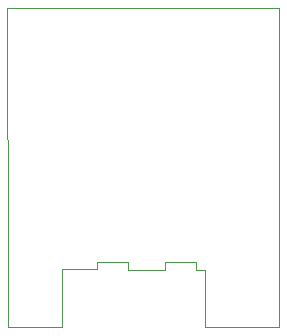
<source format=gbr>
%TF.GenerationSoftware,KiCad,Pcbnew,(7.0.0-0)*%
%TF.CreationDate,2023-03-02T20:45:30+01:00*%
%TF.ProjectId,OpenKNXiaO-Mini,4f70656e-4b4e-4586-9961-4f2d4d696e69,1.3*%
%TF.SameCoordinates,Original*%
%TF.FileFunction,Profile,NP*%
%FSLAX46Y46*%
G04 Gerber Fmt 4.6, Leading zero omitted, Abs format (unit mm)*
G04 Created by KiCad (PCBNEW (7.0.0-0)) date 2023-03-02 20:45:30*
%MOMM*%
%LPD*%
G01*
G04 APERTURE LIST*
%TA.AperFunction,Profile*%
%ADD10C,0.100000*%
%TD*%
G04 APERTURE END LIST*
D10*
X111860000Y-126520000D02*
X116480000Y-126520000D01*
X119425000Y-121010000D02*
X122045000Y-121010000D01*
X111860000Y-121620000D02*
X111860000Y-126520000D01*
X111843580Y-99494154D02*
X134863210Y-99505846D01*
X134876790Y-126517923D02*
X134863210Y-99505846D01*
X125165000Y-121020000D02*
X127785000Y-121020000D01*
X127785000Y-121020000D02*
X127785000Y-121640000D01*
X116480000Y-121620000D02*
X116480000Y-126520000D01*
X128550000Y-121640000D02*
X127785000Y-121640000D01*
X122045000Y-121010000D02*
X122045000Y-121627500D01*
X122045000Y-121627500D02*
X125165000Y-121632500D01*
X119425000Y-121620000D02*
X119425000Y-121010000D01*
X128550000Y-121640000D02*
X128550000Y-126522077D01*
X116480000Y-121620000D02*
X119425000Y-121620000D01*
X111843580Y-99494154D02*
X111860000Y-121620000D01*
X128550000Y-126522077D02*
X134876790Y-126517923D01*
X125165000Y-121632500D02*
X125165000Y-121020000D01*
M02*

</source>
